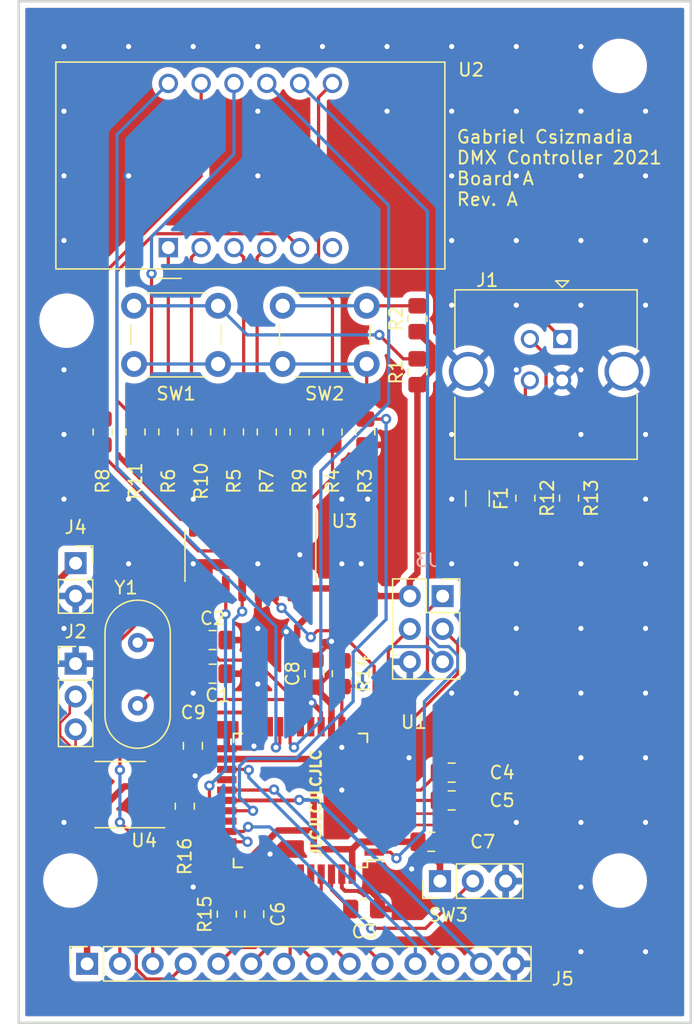
<source format=kicad_pcb>
(kicad_pcb (version 20210424) (generator pcbnew)
  (title_block (title "8 Channel DMX Controller Board 2") (rev "A") (comment 1 "Open source at GitHub: https://github.com/Gabriel-06/dmx-controller/") (comment 2 "Copyright 2021 Gabriel Csizmadia"))
  (layers (0 "F.Cu" signal) (31 "B.Cu" signal) (34 "B.Paste" user) (35 "F.Paste" user) (36 "B.SilkS" user "B.Silkscreen") (37 "F.SilkS" user "F.Silkscreen") (38 "B.Mask" user) (39 "F.Mask" user) (44 "Edge.Cuts" user))
  (net 0 "")
  (net 1 "Net-(C1-Pad1)")
  (net 2 "GND")
  (net 3 "Net-(C2-Pad1)")
  (net 4 "Net-(C3-Pad1)")
  (net 5 "VBUS")
  (net 6 "Net-(C5-Pad1)")
  (net 7 "/XLR-")
  (net 8 "/XLR+")
  (net 9 "+5V")
  (net 10 "MISO")
  (net 11 "SCLK")
  (net 12 "RESET")
  (net 13 "A8")
  (net 14 "A0")
  (net 15 "A1")
  (net 16 "A2")
  (net 17 "A3")
  (net 18 "A4")
  (net 19 "A5")
  (net 20 "A6")
  (net 21 "A7")
  (net 22 "RCLK")
  (net 23 "MOSI")
  (net 24 "SRCLK")
  (net 25 "SER")
  (net 26 "Net-(F1-Pad1)")
  (net 27 "Net-(J1-Pad2)")
  (net 28 "A9")
  (net 29 "7SEG_B")
  (net 30 "Net-(J1-Pad3)")
  (net 31 "7SEG_D")
  (net 32 "Net-(R1-Pad2)")
  (net 33 "7SEG_F")
  (net 34 "Net-(R2-Pad2)")
  (net 35 "7SEG_DP")
  (net 36 "Net-(R4-Pad2)")
  (net 37 "7SEG_A")
  (net 38 "Net-(R5-Pad2)")
  (net 39 "7SEG_C")
  (net 40 "Net-(R6-Pad2)")
  (net 41 "7SEG_E")
  (net 42 "Net-(R7-Pad2)")
  (net 43 "7SEG_G")
  (net 44 "Net-(R8-Pad2)")
  (net 45 "Net-(R9-Pad2)")
  (net 46 "D+")
  (net 47 "D-")
  (net 48 "Net-(R10-Pad2)")
  (net 49 "Net-(R11-Pad2)")
  (net 50 "Net-(R15-Pad1)")
  (net 51 "Net-(R16-Pad1)")
  (net 52 "CA3")
  (net 53 "Net-(SW3-Pad2)")
  (net 55 "CA2")
  (net 56 "CA1")
  (net 57 "Net-(U1-Pad12)")
  (net 59 "Net-(U1-Pad21)")
  (footprint "MountingHole:MountingHole_3.2mm_M3" (layer "F.Cu") (at 210.5 129)
    (fp_text reference "H2" hide)
    (fp_text value "MountingHole")
  )
  (footprint "Capacitor_SMD:C_0805_2012Metric_Pad1.18x1.45mm_HandSolder" (layer "F.Cu") (at 186.875 176 90)
    (fp_text reference "C8")
    (fp_text value "100nF")
  )
  (footprint "Connector_PinSocket_2.54mm:PinSocket_1x14_P2.54mm_Vertical" (layer "F.Cu") (at 169.29 198.4375 90)
    (fp_text reference "J5")
    (fp_text value "Conn_01x14")
  )
  (footprint "Resistor_SMD:R_0805_2012Metric_Pad1.20x1.40mm_HandSolder" (layer "F.Cu") (at 189 176 -90)
    (fp_text reference "R14")
    (fp_text value "10k")
  )
  (footprint "Button_Switch_THT:SW_PUSH_6mm_H13mm" (layer "F.Cu") (at 190.925 152.05 180)
    (fp_text reference "SW2")
    (fp_text value "Down")
  )
  (footprint "Capacitor_SMD:C_0805_2012Metric_Pad1.18x1.45mm_HandSolder" (layer "F.Cu") (at 197.5 185.8)
    (fp_text reference "C5")
    (fp_text value "1uF")
  )
  (footprint "Connector_USB:USB_B_USB-B02" (layer "F.Cu") (at 206.05 150.1175)
    (fp_text reference "J1")
    (fp_text value "USB_B")
  )
  (footprint "Package_QFP:TQFP-44_10x10mm_P0.8mm" (layer "F.Cu") (at 185.8 185.8 180)
    (fp_text reference "U1")
    (fp_text value "ATmega32U4-A-Arduino")
  )
  (footprint "Capacitor_SMD:C_0805_2012Metric_Pad1.18x1.45mm_HandSolder" (layer "F.Cu") (at 182.225 194.6 -90)
    (fp_text reference "C6")
    (fp_text value "100nF")
  )
  (footprint "Package_SO:SOP-8_3.9x4.9mm_P1.27mm" (layer "F.Cu") (at 171.85 185.35 180)
    (fp_text reference "U4")
    (fp_text value "MAX485E")
  )
  (footprint "Resistor_SMD:R_0805_2012Metric_Pad1.20x1.40mm_HandSolder" (layer "F.Cu") (at 176.85 186.25 90)
    (fp_text reference "R16")
    (fp_text value "100")
  )
  (footprint "Display_7Segment:SP420401N" (layer "F.Cu") (at 175.575 143.05 90)
    (fp_text reference "U2")
    (fp_text value "SP420401N")
  )
  (footprint "Resistor_SMD:R_0805_2012Metric_Pad1.20x1.40mm_HandSolder" (layer "F.Cu") (at 173.035 157.306856 90)
    (fp_text reference "R11")
    (fp_text value "120")
  )
  (footprint "Resistor_SMD:R_0805_2012Metric_Pad1.20x1.40mm_HandSolder" (layer "F.Cu") (at 180.1 194.6 -90)
    (fp_text reference "R15")
    (fp_text value "10k")
  )
  (footprint "Resistor_SMD:R_0805_2012Metric_Pad1.20x1.40mm_HandSolder" (layer "F.Cu") (at 188.275 157.306856 90)
    (fp_text reference "R4")
    (fp_text value "120")
  )
  (footprint "Resistor_SMD:R_0805_2012Metric_Pad1.20x1.40mm_HandSolder" (layer "F.Cu") (at 194.85 152.65 90)
    (fp_text reference "R1")
    (fp_text value "9k")
  )
  (footprint "Resistor_SMD:R_0805_2012Metric_Pad1.20x1.40mm_HandSolder" (layer "F.Cu") (at 185.735 157.306856 90)
    (fp_text reference "R9")
    (fp_text value "120")
  )
  (footprint "Resistor_SMD:R_0805_2012Metric_Pad1.20x1.40mm_HandSolder" (layer "F.Cu") (at 180.655 157.306856 90)
    (fp_text reference "R5")
    (fp_text value "120")
  )
  (footprint "Resistor_SMD:R_0805_2012Metric_Pad1.20x1.40mm_HandSolder" (layer "F.Cu") (at 206.58 162.425 90)
    (fp_text reference "R13")
    (fp_text value "22")
  )
  (footprint "Capacitor_SMD:C_0805_2012Metric_Pad1.18x1.45mm_HandSolder" (layer "F.Cu") (at 179 173.4)
    (fp_text reference "C2")
    (fp_text value "22pf")
  )
  (footprint "MountingHole:MountingHole_3.2mm_M3" (layer "F.Cu") (at 210.5 192)
    (fp_text reference "H4" hide)
    (fp_text value "MountingHole")
  )
  (footprint "Resistor_SMD:R_0805_2012Metric_Pad1.20x1.40mm_HandSolder" (layer "F.Cu") (at 170.495 157.306856 90)
    (fp_text reference "R8")
    (fp_text value "120")
  )
  (footprint "Capacitor_SMD:C_0805_2012Metric_Pad1.18x1.45mm_HandSolder" (layer "F.Cu") (at 190.725 194.2)
    (fp_text reference "C3")
    (fp_text value "100nF")
  )
  (footprint "Resistor_SMD:R_0805_2012Metric_Pad1.20x1.40mm_HandSolder" (layer "F.Cu") (at 203.2 162.425 -90)
    (fp_text reference "R12")
    (fp_text value "22")
  )
  (footprint "Connector_PinSocket_2.54mm:PinSocket_1x02_P2.54mm_Vertical" (layer "F.Cu") (at 168.4 167.45)
    (fp_text reference "J4")
    (fp_text value "Battery")
  )
  (footprint "Crystal:Crystal_HC49-4H_Vertical" (layer "F.Cu") (at 173.2 178.48 90)
    (fp_text reference "Y1")
    (fp_text value "16MHz")
  )
  (footprint "MountingHole:MountingHole_3.2mm_M3" (layer "F.Cu") (at 168 192)
    (fp_text reference "H3" hide)
    (fp_text value "MountingHole")
  )
  (footprint "Resistor_SMD:R_0805_2012Metric_Pad1.20x1.40mm_HandSolder" (layer "F.Cu") (at 183.195 157.306856 90)
    (fp_text reference "R7")
    (fp_text value "120")
  )
  (footprint "Capacitor_SMD:C_0805_2012Metric_Pad1.18x1.45mm_HandSolder" (layer "F.Cu") (at 197.5 183.65)
    (fp_text reference "C4")
    (fp_text value "10uF")
  )
  (footprint "Capacitor_SMD:C_0805_2012Metric_Pad1.18x1.45mm_HandSolder" (layer "F.Cu") (at 179 176)
    (fp_text reference "C1")
    (fp_text value "22pf")
  )
  (footprint "Resistor_SMD:R_0805_2012Metric_Pad1.20x1.40mm_HandSolder" (layer "F.Cu") (at 178.115 157.306856 90)
    (fp_text reference "R10")
    (fp_text value "120")
  )
  (footprint "MountingHole:MountingHole_3.2mm_M3" (layer "F.Cu") (at 167.7 148.7)
    (fp_text reference "H1" hide)
    (fp_text value "MountingHole")
  )
  (footprint "Connector_PinHeader_2.54mm:PinHeader_1x03_P2.54mm_Vertical" (layer "F.Cu") (at 196.595 192.04 90)
    (fp_text reference "SW3")
    (fp_text value "Mode Switch")
  )
  (footprint "Resistor_SMD:R_0805_2012Metric_Pad1.20x1.40mm_HandSolder" (layer "F.Cu") (at 194.85 148.55 90)
    (fp_text reference "R2")
    (fp_text value "10k")
  )
  (footprint "Connector_PinSocket_2.54mm:PinSocket_2x03_P2.54mm_Vertical" (layer "F.Cu") (at 196.8 170)
    (fp_text reference "J3")
    (fp_text value "ICSP")
  )
  (footprint "Button_Switch_THT:SW_PUSH_6mm_H13mm" (layer "F.Cu") (at 179.425 152.05 180)
    (fp_text reference "SW1")
    (fp_text value "Up")
  )
  (footprint "Resistor_SMD:R_0805_2012Metric_Pad1.20x1.40mm_HandSolder" (layer "F.Cu") (at 175.575 157.306856 90)
    (fp_text reference "R6")
    (fp_text value "120")
  )
  (footprint "Connector_PinHeader_2.54mm:PinHeader_1x03_P2.54mm_Vertical" (layer "F.Cu") (at 168.4 175.225)
    (fp_text reference "J2")
    (fp_text value "XLR5")
  )
  (footprint "Capacitor_SMD:C_0805_2012Metric_Pad1.18x1.45mm_HandSolder" (layer "F.Cu") (at 195.925 189)
    (fp_text reference "C7")
    (fp_text value "100nF")
  )
  (footprint "Fuse:Fuse_1206_3216Metric_Pad1.42x1.75mm_HandSolder" (layer "F.Cu") (at 199.5 162.45 -90)
    (fp_text reference "F1")
    (fp_text value "500mA")
  )
  (footprint "Package_SO:SOP-16_3.9x9.9mm_P1.27mm" (layer "F.Cu") (at 181.925 166.906856 -90)
    (fp_text reference "U3")
    (fp_text value "74HC595")
  )
  (footprint "Capacitor_SMD:C_0805_2012Metric_Pad1.18x1.45mm_HandSolder" (layer "F.Cu") (at 177.475 181.575 90)
    (fp_text reference "C9")
    (fp_text value "100nF")
  )
  (footprint "Resistor_SMD:R_0805_2012Metric_Pad1.20x1.40mm_HandSolder" (layer "F.Cu") (at 190.815 157.306856 -90)
    (fp_text reference "R3")
    (fp_text value "100k")
  )
  (gr_line (start 216 124) (end 216 203) (layer "Edge.Cuts") (width 0.2))
  (gr_line (start 216 203) (end 164 203) (layer "Edge.Cuts") (width 0.2))
  (gr_line (start 164 203) (end 164 124) (layer "Edge.Cuts") (width 0.2))
  (gr_line (start 164 124) (end 216 124) (layer "Edge.Cuts") (width 0.2))
  (gr_text "JLCJLCJLCJLC\n" (at 187 186 90) (layer "F.SilkS") (effects (font (size 0.8 0.8) (thickness 0.2))))
  (gr_text "Gabriel Csizmadia\nDMX Controller 2021\nBoard A\nRev. A" (at 197.8 136.9) (layer "F.SilkS") (effects (font (size 1 1)) (justify left)))
  (segment (start 185.8 180.1) (end 185.8 179.1) (width 0.25) (layer "F.Cu") (net 1))
  (segment (start 184.7 178) (end 179.2375 178) (width 0.25) (layer "F.Cu") (net 1))
  (segment (start 175.68 176) (end 173.2 178.48) (width 0.25) (layer "F.Cu") (net 1))
  (segment (start 185.8 179.1) (end 184.7 178) (width 0.25) (layer "F.Cu") (net 1))
  (segment (start 177.9625 176.725) (end 177.9625 176) (width 0.25) (layer "F.Cu") (net 1))
  (segment (start 177.9625 176) (end 175.68 176) (width 0.25) (layer "F.Cu") (net 1))
  (segment (start 177.9625 176.03654) (end 177.9625 176.2) (width 0.25) (layer "F.Cu") (net 1))
  (segment (start 179.2375 178) (end 177.9625 176.725) (width 0.25) (layer "F.Cu") (net 1))
  (segment (start 189 185.15) (end 189 185) (width 0.3) (layer "F.Cu") (net 2))
  (segment (start 191.5 186.6) (end 190.45 186.6) (width 0.3) (layer "F.Cu") (net 2))
  (segment (start 189.25 192.8) (end 191.1 192.8) (width 0.3) (layer "F.Cu") (net 2))
  (segment (start 174.475 185.985) (end 176.115 185.985) (width 0.3) (layer "F.Cu") (net 2))
  (segment (start 183.225978 189.95) (end 182.6 190.575978) (width 0.3) (layer "F.Cu") (net 2))
  (segment (start 191.7625 193.4625) (end 191.7625 194.2) (width 0.3) (layer "F.Cu") (net 2))
  (segment (start 182 181.8) (end 182.2 181.6) (width 0.3) (layer "F.Cu") (net 2))
  (segment (start 178.7375 181.8) (end 177.475 180.5375) (width 0.3) (layer "F.Cu") (net 2))
  (segment (start 187.4 180.1) (end 187.4 178.9995) (width 0.3) (layer "F.Cu") (net 2))
  (segment (start 186.875 174.825) (end 188.2 173.5) (width 0.3) (layer "F.Cu") (net 2))
  (segment (start 189 192.55) (end 189.25 192.8) (width 0.3) (layer "F.Cu") (net 2))
  (segment (start 190.45 186.6) (end 189 185.15) (width 0.3) (layer "F.Cu") (net 2))
  (segment (start 176.85 185.25) (end 176.85 184.7) (width 0.3) (layer "F.Cu") (net 2))
  (segment (start 176.85 184.7) (end 177.65 183.9) (width 0.3) (layer "F.Cu") (net 2))
  (segment (start 176.115 185.985) (end 176.85 185.25) (width 0.3) (layer "F.Cu") (net 2))
  (segment (start 180.1 181.8) (end 182 181.8) (width 0.3) (layer "F.Cu") (net 2))
  (segment (start 183.45 189.95) (end 183.225978 189.95) (width 0.3) (layer "F.Cu") (net 2))
  (segment (start 180.1 181.8) (end 178.7375 181.8) (width 0.3) (layer "F.Cu") (net 2))
  (segment (start 189 191.5) (end 189 192.55) (width 0.3) (layer "F.Cu") (net 2))
  (segment (start 187.4 178.9995) (end 186.6505 178.25) (width 0.3) (layer "F.Cu") (net 2))
  (segment (start 186.875 174.9625) (end 186.875 174.825) (width 0.3) (layer "F.Cu") (net 2))
  (segment (start 182.6 190.575978) (end 182.6 191.5) (width 0.3) (layer "F.Cu") (net 2))
  (segment (start 191.1 192.8) (end 191.7625 193.4625) (width 0.3) (layer "F.Cu") (net 2))
  (via (at 212.5 177.5) (size 0.8) (drill 0.4) (layers "F.Cu" "B.Cu") (net 2))
  (via (at 207.5 182.5) (size 0.8) (drill 0.4) (layers "F.Cu" "B.Cu") (net 2))
  (via (at 185.75 166.8) (size 0.8) (drill 0.4) (layers "F.Cu" "B.Cu") (net 2))
  (via (at 202.5 187.5) (size 0.8) (drill 0.4) (layers "F.Cu" "B.Cu") (net 2))
  (via (at 189 181.7) (size 0.8) (drill 0.4) (layers "F.Cu" "B.Cu") (net 2))
  (via (at 212.5 132.5) (size 0.8) (drill 0.4) (layers "F.Cu" "B.Cu") (net 2))
  (via (at 207.5 177.5) (size 0.8) (drill 0.4) (layers "F.Cu" "B.Cu") (net 2))
  (via (at 190.5 167.5) (size 0.8) (drill 0.4) (layers "F.Cu" "B.Cu") (net 2))
  (via (at 172.5 162.5) (size 0.8) (drill 0.4) (layers "F.Cu" "B.Cu") (net 2))
  (via (at 172.5 137.5) (size 0.8) (drill 0.4) (layers "F.Cu" "B.Cu") (net 2))
  (via (at 197.5 127.5) (size 0.8) (drill 0.4) (layers "F.Cu" "B.Cu") (net 2))
  (via (at 189 185) (size 0.8) (drill 0.4) (layers "F.Cu" "B.Cu") (net 2))
  (via (at 207.5 157.5) (size 0.8) (drill 0.4) (layers "F.Cu" "B.Cu") (net 2))
  (via (at 182.5 137.5) (size 0.8) (drill 0.4) (layers "F.Cu" "B.Cu") (net 2))
  (via (at 197.5 177.5) (size 0.8) (drill 0.4) (layers "F.Cu" "B.Cu") (net 2))
  (via (at 202.5 152.5) (size 0.8) (drill 0.4) (layers "F.Cu" "B.Cu") (net 2))
  (via (at 186.6505 178.25) (size 0.8) (drill 0.4) (layers "F.Cu" "B.Cu") (net 2))
  (via (at 191 162.5) (size 0.8) (drill 0.4) (layers "F.Cu" "B.Cu") (net 2))
  (via (at 207.5 187.5) (size 0.8) (drill 0.4) (layers "F.Cu" "B.Cu") (net 2))
  (via (at 197.5 132.5) (size 0.8) (drill 0.4) (layers "F.Cu" "B.Cu") (net 2))
  (via (at 197.5 142.5) (size 0.8) (drill 0.4) (layers "F.Cu" "B.Cu") (net 2))
  (via (at 182.2 181.6) (size 0.8) (drill 0.4) (layers "F.Cu" "B.Cu") (net 2))
  (via (at 192.5 132.5) (size 0.8) (drill 0.4) (layers "F.Cu" "B.Cu") (net 2))
  (via (at 212.5 187.5) (size 0.8) (drill 0.4) (layers "F.Cu" "B.Cu") (net 2))
  (via (at 172.5 167.5) (size 0.8) (drill 0.4) (layers "F.Cu" "B.Cu") (net 2))
  (via (at 197.5 157.5) (size 0.8) (drill 0.4) (layers "F.Cu" "B.Cu") (net 2))
  (via (at 167.5 127.5) (size 0.8) (drill 0.4) (layers "F.Cu" "B.Cu") (net 2))
  (via (at 182.5 167.5) (size 0.8) (drill 0.4) (layers "F.Cu" "B.Cu") (net 2))
  (via (at 212.5 162.5) (size 0.8) (drill 0.4) (layers "F.Cu" "B.Cu") (net 2))
  (via (at 207.5 127.5) (size 0.8) (drill 0.4) (layers "F.Cu" "B.Cu") (net 2))
  (via (at 197.5 137.5) (size 0.8) (drill 0.4) (layers "F.Cu" "B.Cu") (net 2))
  (via (at 177.5 162.5) (size 0.8) (drill 0.4) (layers "F.Cu" "B.Cu") (net 2))
  (via (at 177.65 183.9) (size 0.8) (drill 0.4) (layers "F.Cu" "B.Cu") (net 2))
  (via (at 187.5 127.5) (size 0.8) (drill 0.4) (layers "F.Cu" "B.Cu") (net 2))
  (via (at 202.5 167.5) (size 0.8) (drill 0.4) (layers "F.Cu" "B.Cu") (net 2))
  (via (at 167.5 142.5) (size 0.8) (drill 0.4) (layers "F.Cu" "B.Cu") (net 2))
  (via (at 212.5 147.5) (size 0.8) (drill 0.4) (layers "F.Cu" "B.Cu") (net 2))
  (via (at 172.5 127.5) (size 0.8) (drill 0.4) (layers "F.Cu" "B.Cu") (net 2))
  (via (at 207.5 142.5) (size 0.8) (drill 0.4) (layers "F.Cu" "B.Cu") (net 2))
  (via (at 183.45 189.95) (size 0.8) (drill 0.4) (layers "F.Cu" "B.Cu") (net 2))
  (via (at 202.5 147.5) (size 0.8) (drill 0.4) (layers "F.Cu" "B.Cu") (net 2))
  (via (at 202.5 177.5) (size 0.8) (drill 0.4) (layers "F.Cu" "B.Cu") (net 2))
  (via (at 167.5 137.5) (size 0.8) (drill 0.4) (layers "F.Cu" "B.Cu") (net 2))
  (via (at 202.5 132.5) (size 0.8) (drill 0.4) (layers "F.Cu" "B.Cu") (net 2))
  (via (at 167.5 157.5) (size 0.8) (drill 0.4) (layers "F.Cu" "B.Cu") (net 2))
  (via (at 212.5 182.5) (size 0.8) (drill 0.4) (layers "F.Cu" "B.Cu") (net 2))
  (via (at 207.5 132.5) (size 0.8) (drill 0.4) (layers "F.Cu" "B.Cu") (net 2))
  (via (at 212.5 197.5) (size 0.8) (drill 0.4) (layers "F.Cu" "B.Cu") (net 2))
  (via (at 207.5 167.5) (size 0.8) (drill 0.4) (layers "F.Cu" "B.Cu") (net 2))
  (via (at 189 162.5) (size 0.8) (drill 0.4) (layers "F.Cu" "B.Cu") (net 2))
  (via (at 167.5 172.5) (size 0.8) (drill 0.4) (layers "F.Cu" "B.Cu") (net 2))
  (via (at 207.5 152.5) (size 0.8) (drill 0.4) (layers "F.Cu" "B.Cu") (net 2))
  (via (at 167.5 162.5) (size 0.8) (drill 0.4) (layers "F.Cu" "B.Cu") (net 2))
  (via (at 177.5 127.5) (size 0.8) (drill 0.4) (layers "F.Cu" "B.Cu") (net 2))
  (via (at 182.5 132.5) (size 0.8) (drill 0.4) (layers "F.Cu" "B.Cu") (net 2))
  (via (at 207.5 137.5) (size 0.8) (drill 0.4) (layers "F.Cu" "B.Cu") (net 2))
  (via (at 189 167.5) (size 0.8) (drill 0.4) (layers "F.Cu" "B.Cu") (net 2))
  (via (at 202.5 172.5) (size 0.8) (drill 0.4) (layers "F.Cu" "B.Cu") (net 2))
  (via (at 212.5 157.5) (size 0.8) (drill 0.4) (layers "F.Cu" "B.Cu") (net 2))
  (via (at 192.5 127.5) (size 0.8) (drill 0.4) (layers "F.Cu" "B.Cu") (net 2))
  (via (at 202.5 137.5) (size 0.8) (drill 0.4) (layers "F.Cu" "B.Cu") (net 2))
  (via (at 177.5 192.5) (size 0.8) (drill 0.4) (layers "F.Cu" "B.Cu") (net 2))
  (via (at 212.5 167.5) (size 0.8) (drill 0.4) (layers "F.Cu" "B.Cu") (net 2))
  (via (at 212.5 142.5) (size 0.8) (drill 0.4) (layers "F.Cu" "B.Cu") (net 2))
  (via (at 207.5 147.5) (size 0.8) (drill 0.4) (layers "F.Cu" "B.Cu") (net 2))
  (via (at 177.5 167.5) (size 0.8) (drill 0.4) (layers "F.Cu" "B.Cu") (net 2))
  (via (at 207.5 192.5) (size 0.8) (drill 0.4) (layers "F.Cu" "B.Cu") (net 2))
  (via (at 212.5 137.5) (size 0.8) (drill 0.4) (layers "F.Cu" "B.Cu") (net 2))
  (via (at 207.5 197.5) (size 0.8) (drill 0.4) (layers "F.Cu" "B.Cu") (net 2))
  (via (at 197.5 167.5) (size 0.8) (drill 0.4) (layers "F.Cu" "B.Cu") (net 2))
  (via (at 182.5 127.5) (size 0.8) (drill 0.4) (layers "F.Cu" "B.Cu") (net 2))
  (via (at 197.5 162.5) (size 0.8) (drill 0.4) (layers "F.Cu" "B.Cu") (net 2))
  (via (at 194.4 191.1) (size 0.8) (drill 0.4) (layers "F.Cu" "B.Cu") (net 2))
  (via (at 202.5 127.5) (size 0.8) (drill 0.4) (layers "F.Cu" "B.Cu") (net 2))
  (via (at 194.2 182.5) (size 0.8) (drill 0.4) (layers "F.Cu" "B.Cu") (net 2))
  (via (at 182.5 172.5) (size 0.8) (drill 0.4) (layers "F.Cu" "B.Cu") (net 2))
  (via (at 197.5 147.5) (size 0.8) (drill 0.4) (layers "F.Cu" "B.Cu") (net 2))
  (via (at 212.5 172.5) (size 0.8) (drill 0.4) (layers "F.Cu" "B.Cu") (net 2))
  (via (at 177.5 177.5) (size 0.8) (drill 0.4) (layers "F.Cu" "B.Cu") (net 2))
  (via (at 184.7 172.75) (size 0.8) (drill 0.4) (layers "F.Cu" "B.Cu") (net 2))
  (via (at 202.5 142.5) (size 0.8) (drill 0.4) (layers "F.Cu" "B.Cu") (net 2))
  (via (at 167.5 152.5) (size 0.8) (drill 0.4) (layers "F.Cu" "B.Cu") (net 2))
  (via (at 188.2 173.5) (size 0.8) (drill 0.4) (layers "F.Cu" "B.Cu") (net 2))
  (via (at 167.5 132.5) (size 0.8) (drill 0.4) (layers "F.Cu" "B.Cu") (net 2))
  (via (at 167.5 187.5) (size 0.8) (drill 0.4) (layers "F.Cu" "B.Cu") (net 2))
  (via (at 207.5 172.5) (size 0.8) (drill 0.4) (layers "F.Cu" "B.Cu") (net 2))
  (via (at 182.5 176.8) (size 0.8) (drill 0.4) (layers "F.Cu" "B.Cu") (net 2))
  (segment (start 177.9625 173.4) (end 179.51298 174.95048) (width 0.25) (layer "F.Cu") (net 3))
  (segment (start 173.4 173.4) (end 173.2 173.6) (width 0.25) (layer "F.Cu") (net 3))
  (segment (start 179.51298 174.95048) (end 182.286198 174.95048) (width 0.25) (layer "F.Cu") (net 3))
  (segment (start 182.286198 174.95048) (end 186.6 179.264282) (width 0.25) (layer "F.Cu") (net 3))
  (segment (start 177.9625 173.4) (end 173.4 173.4) (width 0.25) (layer "F.Cu") (net 3))
  (segment (start 186.6 179.264282) (end 186.6 180.1) (width 0.25) (layer "F.Cu") (net 3))
  (segment (start 188.2 192.7125) (end 189.6875 194.2) (width 0.25) (layer "F.Cu") (net 4))
  (segment (start 188.2 191.5) (end 188.2 192.7125) (width 0.25) (layer "F.Cu") (net 4))
  (segment (start 199.5 163.9375) (end 199.5 180.6125) (width 0.25) (layer "F.Cu") (net 5))
  (segment (start 195.1125 185) (end 196.4625 183.65) (width 0.25) (layer "F.Cu") (net 5))
  (segment (start 197.55625 182.55625) (end 196.4625 183.65) (width 0.25) (layer "F.Cu") (net 5))
  (segment (start 191.5 185) (end 195.1125 185) (width 0.25) (layer "F.Cu") (net 5))
  (segment (start 199.5 180.6125) (end 197.55625 182.55625) (width 0.25) (layer "F.Cu") (net 5))
  (segment (start 191.5 185.8) (end 196.4625 185.8) (width 0.25) (layer "F.Cu") (net 6))
  (segment (start 167.200489 179.808145) (end 167.95 179.058634) (width 0.2) (layer "F.Cu") (net 7))
  (segment (start 169.225 185.985) (end 168.60452 185.36452) (width 0.2) (layer "F.Cu") (net 7))
  (segment (start 168.05048 184.81048) (end 167.650489 184.410489) (width 0.2) (layer "F.Cu") (net 7))
  (segment (start 167.95 179.058634) (end 167.95 178.215) (width 0.2) (layer "F.Cu") (net 7))
  (segment (start 168.60452 185.36452) (end 168.33602 185.36452) (width 0.2) (layer "F.Cu") (net 7))
  (segment (start 168.05048 185.07898) (end 168.05048 184.81048) (width 0.2) (layer "F.Cu") (net 7))
  (segment (start 167.95 182.615828) (end 167.95 181.551366) (width 0.2) (layer "F.Cu") (net 7))
  (segment (start 168.33602 185.36452) (end 168.05048 185.07898) (width 0.2) (layer "F.Cu") (net 7))
  (segment (start 167.95 178.215) (end 168.4 177.765) (width 0.2) (layer "F.Cu") (net 7))
  (segment (start 167.650489 184.410489) (end 167.650489 182.915339) (width 0.2) (layer "F.Cu") (net 7))
  (segment (start 167.200489 180.801855) (end 167.200489 179.808145) (width 0.2) (layer "F.Cu") (net 7))
  (segment (start 167.650489 182.915339) (end 167.95 182.615828) (width 0.2) (layer "F.Cu") (net 7))
  (segment (start 167.95 181.551366) (end 167.200489 180.801855) (width 0.2) (layer "F.Cu") (net 7))
  (segment (start 168.356732 182.84548) (end 168.4 182.84548) (width 0.2) (layer "F.Cu") (net 8))
  (segment (start 169.225 184.715) (end 168.591397 184.715) (width 0.2) (layer "F.Cu") (net 8))
  (segment (start 168.10048 183.101732) (end 168.356732 182.84548) (width 0.2) (layer "F.Cu") (net 8))
  (segment (start 168.591397 184.715) (end 168.10048 184.224083) (width 0.2) (layer "F.Cu") (net 8))
  (segment (start 168.10048 184.224083) (end 168.10048 183.101732) (width 0.2) (layer "F.Cu") (net 8))
  (segment (start 168.4 182.84548) (end 168.4 180.305) (width 0.2) (layer "F.Cu") (net 8))
  (segment (start 181.8 190.375978) (end 184.051956 188.124022) (width 0.5) (layer "F.Cu") (net 9))
  (segment (start 196.595 192.04) (end 196.595 190.7075) (width 0.5) (layer "F.Cu") (net 9))
  (segment (start 186.875 177.0375) (end 185.8625 177.0375) (width 0.5) (layer "F.Cu") (net 9))
  (segment (start 186.9625 177.0375) (end 189 175) (width 0.5) (layer "F.Cu") (net 9))
  (segment (start 195.99952 150.69952) (end 194.85 149.55) (width 0.5) (layer "F.Cu") (net 9))
  (segment (start 185.8625 177.0375) (end 185.075 176.25) (width 0.5) (layer "F.Cu") (net 9))
  (segment (start 185.075 176.25) (end 185.075 173.576391) (width 0.5) (layer "F.Cu") (net 9))
  (segment (start 186.824022 189.500978) (end 186.899022 189.575978) (width 0.5) (layer "F.Cu") (net 9))
  (segment (start 190.375978 189) (end 191.5 189) (width 0.5) (layer "F.Cu") (net 9))
  (segment (start 170.3 188.4) (end 170.3 188.33) (width 0.5) (layer "F.Cu") (net 9))
  (segment (start 172 194) (end 172 190.1) (width 0.5) (layer "F.Cu") (net 9))
  (segment (start 181.8 193.1375) (end 182.225 193.5625) (width 0.5) (layer "F.Cu") (net 9))
  (segment (start 186.37 169.406856) (end 191.206856 169.406856) (width 0.5) (layer "F.Cu") (net 9))
  (segment (start 174.475 184.715) (end 172.17492 184.715) (width 0.5) (layer "F.Cu") (net 9))
  (segment (start 172 190.1) (end 170.3 188.4) (width 0.5) (layer "F.Cu") (net 9))
  (segment (start 170.3 188.33) (end 169.225 187.255) (width 0.5) (layer "F.Cu") (net 9))
  (segment (start 186.899022 189.575978) (end 189.8 189.575978) (width 0.5) (layer "F.Cu") (net 9))
  (segment (start 184.051956 188.124022) (end 186.824022 188.124022) (width 0.5) (layer "F.Cu") (net 9))
  (segment (start 188.2 181.224022) (end 186.824022 182.6) (width 0.5) (layer "F.Cu") (net 9))
  (segment (start 174.475 184.715) (end 175.3725 184.715) (width 0.5) (layer "F.Cu") (net 9))
  (segment (start 186.824022 182.6) (end 186.824022 188.124022) (width 0.5) (layer "F.Cu") (net 9))
  (segment (start 168.81508 187.255) (end 169.225 187.255) (width 0.5) (layer "F.Cu") (net 9))
  (segment (start 195.99952 152.50048) (end 195.99952 150.69952) (width 0.5) (layer "F.Cu") (net 9))
  (segment (start 166.650489 169.199511) (end 166.650489 185.090409) (width 0.5) (layer "F.Cu") (net 9))
  (segment (start 194.85 153.65) (end 194.85 168.2075) (width 0.5) (layer "F.Cu") (net 9))
  (segment (start 172.17492 184.715) (end 169.63492 187.255) (width 0.5) (layer "F.Cu") (net 9))
  (segment (start 168.4 167.45) (end 166.650489 169.199511) (width 0.5) (layer "F.Cu") (net 9))
  (segment (start 169.29 198.4375) (end 169.29 196.71) (width 0.5) (layer "F.Cu") (net 9))
  (segment (start 185.075 173.576391) (end 185.549511 173.10188) (width 0.5) (layer "F.Cu") (net 9))
  (segment (start 191.206856 169.406856) (end 191.8 170) (width 0.5) (layer "F.Cu") (net 9))
  (segment (start 186.37 171.53) (end 186.37 169.406856) (width 0.5) (layer "F.Cu") (net 9))
  (segment (start 186.824022 182.6) (end 180.1 182.6) (width 0.5) (layer "F.Cu") (net 9))
  (segment (start 185.549511 173.10188) (end 185.549511 172.350489) (width 0.5) (layer "F.Cu") (net 9))
  (segment (start 196.595 190.7075) (end 194.8875 189) (width 0.5) (layer "F.Cu") (net 9))
  (segment (start 186.824022 188.124022) (end 186.824022 189.500978) (width 0.5) (layer "F.Cu") (net 9))
  (segment (start 194.26 170) (end 194.26 168.7975) (width 0.5) (layer "F.Cu") (net 9))
  (segment (start 177.4875 182.6) (end 177.475 182.6125) (width 0.5) (layer "F.Cu") (net 9))
  (segment (start 185.549511 172.350489) (end 186.37 171.53) (width 0.5) (layer "F.Cu") (net 9))
  (segment (start 169.63492 187.255) (end 169.225 187.255) (width 0.5) (layer "F.Cu") (net 9))
  (segment (start 188.2 180.1) (end 188.2 178.3625) (width 0.5) (layer "F.Cu") (net 9))
  (segment (start 166.650489 185.090409) (end 168.81508 187.255) (width 0.5) (layer "F.Cu") (net 9))
  (segment (start 191.5 189) (end 194.8875 189) (width 0.5) (layer "F.Cu") (net 9))
  (segment (start 194.26 168.7975) (end 194.85 168.2075) (width 0.5) (layer "F.Cu") (net 9))
  (segment (start 186.875 177.0375) (end 186.9625 177.0375) (width 0.5) (layer "F.Cu") (net 9))
  (segment (start 191.8 170) (end 194.26 170) (width 0.5) (layer "F.Cu") (net 9))
  (segment (start 188.2 180.1) (end 188.2 181.224022) (width 0.5) (layer "F.Cu") (net 9))
  (segment (start 189.8 191.5) (end 189.8 189.575978) (width 0.5) (layer "F.Cu") (net 9))
  (segment (start 181.8 191.5) (end 181.8 193.1375) (width 0.5) (layer "F.Cu") (net 9))
  (segment (start 194.85 153.65) (end 195.99952 152.50048) (width 0.5) (layer "F.Cu") (net 9))
  (segment (start 169.29 196.71) (end 172 194) (width 0.5) (layer "F.Cu") (net 9))
  (segment (start 188.2 178.3625) (end 186.875 177.0375) (width 0.5) (layer "F.Cu") (net 9))
  (segment (start 175.3725 184.715) (end 177.475 182.6125) (width 0.5) (layer "F.Cu") (net 9))
  (segment (start 189.8 189.575978) (end 190.375978 189) (width 0.5) (layer "F.Cu") (net 9))
  (segment (start 180.1 182.6) (end 177.4875 182.6) (width 0.5) (layer "F.Cu") (net 9))
  (segment (start 181.8 191.5) (end 181.8 190.375978) (width 0.5) (layer "F.Cu") (net 9))
  (segment (start 191.5 181.8) (end 191.5 180.6625) (width 0.25) (layer "F.Cu") (net 10))
  (segment (start 191.5 180.6625) (end 194.21 177.9525) (width 0.25) (layer "F.Cu") (net 10))
  (segment (start 195.625489 171.174511) (end 195.625489 176.537011) (width 0.25) (layer "F.Cu") (net 10))
  (segment (start 196.8 170) (end 195.625489 171.174511) (width 0.25) (layer "F.Cu") (net 10))
  (segment (start 195.625489 176.537011) (end 194.21 177.9525) (width 0.25) (layer "F.Cu") (net 10))
  (segment (start 196.8 172.54) (end 197.974511 173.714511) (width 0.25) (layer "F.Cu") (net 11))
  (segment (start 197.974511 176.000875) (end 193 180.975386) (width 0.25) (layer "F.Cu") (net 11))
  (segment (start 193 180.975386) (end 193 182.6625) (width 0.25) (layer "F.Cu") (net 11))
  (segment (start 193 182.6625) (end 192.2625 183.4) (width 0.25) (layer "F.Cu") (net 11))
  (segment (start 197.974511 173.714511) (end 197.974511 176.000875) (width 0.25) (layer "F.Cu") (net 11))
  (segment (start 192.2625 183.4) (end 191.5 183.4) (width 0.25) (layer "F.Cu") (net 11))
  (segment (start 189 177) (end 189 180.1) (width 0.25) (layer "F.Cu") (net 12))
  (segment (start 189.0375 176.9625) (end 189 177) (width 0.25) (layer "F.Cu") (net 12))
  (segment (start 190.6 176.9625) (end 189.0375 176.9625) (width 0.25) (layer "F.Cu") (net 12))
  (via (at 190.6 176.9625) (size 0.8) (drill 0.4) (layers "F.Cu" "B.Cu") (net 12))
  (segment (start 196.8 175.08) (end 195.625489 173.905489) (width 0.25) (layer "B.Cu") (net 12))
  (segment (start 190.6 176) (end 190.6 176.9625) (width 0.25) (layer "B.Cu") (net 12))
  (segment (start 195.625489 173.905489) (end 192.694511 173.905489) (width 0.25) (layer "B.Cu") (net 12))
  (segment (start 192.694511 173.905489) (end 190.6 176) (width 0.25) (layer "B.Cu") (net 12))
  (segment (start 180.1 185.8) (end 181.6375 185.8) (width 0.3) (layer "F.Cu") (net 13))
  (segment (start 185.6625 185.8) (end 185.7 185.7625) (width 0.3) (layer "F.Cu") (net 13))
  (segment (start 181.6375 185.8) (end 185.6625 185.8) (width 0.3) (layer "F.Cu") (net 13))
  (via (at 185.7 185.7625) (size 0.8) (drill 0.4) (layers "F.Cu" "B.Cu") (net 13))
  (segment (start 187.095 185.7625) (end 199.77 198.4375) (width 0.3) (layer "B.Cu") (net 13))
  (segment (start 185.7 185.7625) (end 187.095 185.7625) (width 0.3) (layer "B.Cu") (net 13))
  (segment (start 180.7125 197.175) (end 179.45 198.4375) (width 0.25) (layer "F.Cu") (net 14))
  (segment (start 182.319566 197.175) (end 180.7125 197.175) (width 0.25) (layer "F.Cu") (net 14))
  (segment (start 183.4 196.094566) (end 182.319566 197.175) (width 0.25) (layer "F.Cu") (net 14))
  (segment (start 183.4 191.5) (end 183.4 196.094566) (width 0.25) (layer "F.Cu") (net 14))
  (segment (start 181.99 198.4375) (end 184.2 196.2275) (width 0.25) (layer "F.Cu") (net 15))
  (segment (start 184.2 196.2275) (end 184.2 191.5) (width 0.25) (layer "F.Cu") (net 15))
  (segment (start 184.53 198.4375) (end 185 197.9675) (width 0.25) (layer "F.Cu") (net 16))
  (segment (start 185 197.9675) (end 185 191.5) (width 0.25) (layer "F.Cu") (net 16))
  (segment (start 187.07 198.4375) (end 185.8 197.1675) (width 0.25) (layer "F.Cu") (net 17))
  (segment (start 185.8 197.1675) (end 185.8 191.5) (width 0.25) (layer "F.Cu") (net 17))
  (segment (start 186.6 195.4275) (end 186.6 191.5) (width 0.25) (layer "F.Cu") (net 18))
  (segment (start 189.61 198.4375) (end 186.6 195.4275) (width 0.25) (layer "F.Cu") (net 18))
  (segment (start 192.15 198.4375) (end 187.4 193.6875) (width 0.25) (layer "F.Cu") (net 19))
  (segment (start 187.4 193.6875) (end 187.4 191.5) (width 0.25) (layer "F.Cu") (net 19))
  (segment (start 180.1 183.4) (end 181.7505 183.4) (width 0.25) (layer "F.Cu") (net 20))
  (segment (start 181.7505 183.4) (end 181.8 183.4495) (width 0.25) (layer "F.Cu") (net 20))
  (via (at 181.8 183.4495) (size 0.8) (drill 0.4) (layers "F.Cu" "B.Cu") (net 20))
  (segment (start 194.69 196.922114) (end 194.69 198.4375) (width 0.25) (layer "B.Cu") (net 20))
  (segment (start 181.8 184.032114) (end 194.69 196.922114) (width 0.25) (layer "B.Cu") (net 20))
  (segment (start 181.8 183.4495) (end 181.8 184.032114) (width 0.25) (layer "B.Cu") (net 20))
  (segment (start 180.1 185) (end 183.7175 185) (width 0.25) (layer "F.Cu") (net 21))
  (segment (start 183.7175 185) (end 183.755 184.9625) (width 0.25) (layer "F.Cu") (net 21))
  (via (at 183.755 184.9625) (size 0.8) (drill 0.4) (layers "F.Cu" "B.Cu") (net 21))
  (segment (start 183.755 184.9625) (end 197.23 198.4375) (width 0.25) (layer "B.Cu") (net 21))
  (segment (start 181.29 169.406856) (end 181.29 171.19) (width 0.25) (layer "F.Cu") (net 22))
  (segment (start 174.37 193.73) (end 179.1 189) (width 0.25) (layer "F.Cu") (net 22))
  (segment (start 181.7 189) (end 180.1 189) (width 0.25) (layer "F.Cu") (net 22))
  (segment (start 174.37 198.4375) (end 174.37 193.73) (width 0.25) (layer "F.Cu") (net 22))
  (segment (start 179.1 189) (end 180.1 189) (width 0.25) (layer "F.Cu") (net 22))
  (via (at 181.29 171.19) (size 0.8) (drill 0.4) (layers "F.Cu" "B.Cu") (net 22))
  (via (at 181.7 189) (size 0.8) (drill 0.4) (layers "F.Cu" "B.Cu") (net 22))
  (segment (start 181.7 189) (end 180.625969 187.925969) (width 0.25) (layer "B.Cu") (net 22))
  (segment (start 180.625969 171.854031) (end 181.29 171.19) (width 0.25) (layer "B.Cu") (net 22))
  (segment (start 180.625969 187.925969) (end 180.625969 171.854031) (width 0.25) (layer "B.Cu") (net 22))
  (segment (start 192.6 174.2) (end 194.26 172.54) (width 0.25) (layer "F.Cu") (net 23))
  (segment (start 191.5 182.6) (end 190.625978 182.6) (width 0.25) (layer "F.Cu") (net 23))
  (segment (start 190.399511 182.373533) (end 190.399511 180.762989) (width 0.25) (layer "F.Cu") (net 23))
  (segment (start 190.625978 182.6) (end 190.399511 182.373533) (width 0.25) (layer "F.Cu") (net 23))
  (segment (start 192.6 178.5625) (end 192.6 174.2) (width 0.25) (layer "F.Cu") (net 23))
  (segment (start 190.399511 180.762989) (end 192.6 178.5625) (width 0.25) (layer "F.Cu") (net 23))
  (segment (start 176.91 198.4375) (end 175.735489 199.612011) (width 0.25) (layer "F.Cu") (net 24))
  (segment (start 175.735489 199.612011) (end 173.883501 199.612011) (width 0.25) (layer "F.Cu") (net 24))
  (segment (start 179.215836 184.2) (end 178.753816 184.66202) (width 0.25) (layer "F.Cu") (net 24))
  (segment (start 173.1 198.82851) (end 173.1 192.8) (width 0.25) (layer "F.Cu") (net 24))
  (segment (start 178.753816 184.66202) (end 178.753816 186.96575) (width 0.25) (layer "F.Cu") (net 24))
  (segment (start 173.883501 199.612011) (end 173.1 198.82851) (width 0.25) (layer "F.Cu") (net 24))
  (segment (start 178.753816 186.96575) (end 173.1 192.619566) (width 0.25) (layer "F.Cu") (net 24))
  (segment (start 180.1 184.2) (end 179.215836 184.2) (width 0.25) (layer "F.Cu") (net 24))
  (segment (start 180.02 171.38) (end 180 171.4) (width 0.25) (layer "F.Cu") (net 24))
  (segment (start 180.02 169.406856) (end 180.02 171.38) (width 0.25) (layer "F.Cu") (net 24))
  (segment (start 173.1 192.619566) (end 173.1 192.8) (width 0.25) (layer "F.Cu") (net 24))
  (via (at 178.753816 184.66202) (size 0.8) (drill 0.4) (layers "F.Cu" "B.Cu") (net 24))
  (via (at 180 171.4) (size 0.8) (drill 0.4) (layers "F.Cu" "B.Cu") (net 24))
  (segment (start 180 183.415836) (end 178.753816 184.66202) (width 0.25) (layer "B.Cu") (net 24))
  (segment (start 180 171.4) (end 180 183.415836) (width 0.25) (layer "B.Cu") (net 24))
  (segment (start 172.65048 188.31548) (end 172.65048 195.3) (width 0.25) (layer "F.Cu") (net 25))
  (segment (start 175.873555 169.406856) (end 177.48 169.406856) (width 0.25) (layer "F.Cu") (net 25))
  (segment (start 171.83 183.445) (end 171.83 173.450411) (width 0.25) (layer "F.Cu") (net 25))
  (segment (start 172.65048 195.3) (end 171.83 196.12048) (width 0.25) (layer "F.Cu") (net 25))
  (segment (start 171.83 196.12048) (end 171.83 198.4375) (width 0.25) (layer "F.Cu") (net 25))
  (segment (start 171.83 173.450411) (end 175.873555 169.406856) (width 0.25) (layer "F.Cu") (net 25))
  (segment (start 171.83 187.495) (end 172.65048 188.31548) (width 0.25) (layer "F.Cu") (net 25))
  (via (at 171.83 183.445) (size 0.8) (drill 0.4) (layers "F.Cu" "B.Cu") (net 25))
  (via (at 171.83 187.495) (size 0.8) (drill 0.4) (layers "F.Cu" "B.Cu") (net 25))
  (segment (start 171.83 187.495) (end 171.83 183.445) (width 0.25) (layer "B.Cu") (net 25))
  (segment (start 204.5325 148.6) (end 202.9 148.6) (width 0.25) (layer "F.Cu") (net 26))
  (segment (start 199.5 159.1) (end 199.5 160.9625) (width 0.25) (layer "F.Cu") (net 26))
  (segment (start 202.9 148.6) (end 201.2 150.3) (width 0.25) (layer "F.Cu") (net 26))
  (segment (start 201.2 157.4) (end 199.5 159.1) (width 0.25) (layer "F.Cu") (net 26))
  (segment (start 206.05 150.1175) (end 204.5325 148.6) (width 0.25) (layer "F.Cu") (net 26))
  (segment (start 201.2 150.3) (end 201.2 157.4) (width 0.25) (layer "F.Cu") (net 26))
  (segment (start 204.8 154.4) (end 206.58 156.18) (width 0.25) (layer "F.Cu") (net 27))
  (segment (start 204.8 151.3675) (end 204.8 154.4) (width 0.25) (layer "F.Cu") (net 27))
  (segment (start 206.58 156.18) (end 206.58 161.425) (width 0.25) (layer "F.Cu") (net 27))
  (segment (start 203.55 150.1175) (end 204.8 151.3675) (width 0.25) (layer "F.Cu") (net 27))
  (segment (start 182.125 186.6) (end 180.1 186.6) (width 0.25) (layer "F.Cu") (net 28))
  (segment (start 192.418144 156.306856) (end 192.425 156.3) (width 0.25) (layer "F.Cu") (net 28))
  (segment (start 190.925 156.196856) (end 190.815 156.306856) (width 0.25) (layer "F.Cu") (net 28))
  (segment (start 190.815 156.306856) (end 192.418144 156.306856) (width 0.25) (layer "F.Cu") (net 28))
  (segment (start 190.925 152.05) (end 190.925 156.196856) (width 0.25) (layer "F.Cu") (net 28))
  (via (at 192.425 156.3) (size 0.8) (drill 0.4) (layers "F.Cu" "B.Cu") (net 28))
  (via (at 182.125 186.6) (size 0.8) (drill 0.4) (layers "F.Cu" "B.Cu") (net 28))
  (segment (start 192.425 171.799886) (end 192.425 167.575) (width 0.25) (layer "B.Cu") (net 28))
  (segment (start 181.674886 182.55) (end 185.474614 182.55) (width 0.25) (layer "B.Cu") (net 28))
  (segment (start 179.425 152.05) (end 184.425 152.05) (width 0.25) (layer "B.Cu") (net 28))
  (segment (start 185.474614 182.55) (end 189.875489 178.149125) (width 0.25) (layer "B.Cu") (net 28))
  (segment (start 189.875489 178.149125) (end 189.875489 174.349397) (width 0.25) (layer "B.Cu") (net 28))
  (segment (start 192.425 167.575) (end 192.425 156.3) (width 0.25) (layer "B.Cu") (net 28))
  (segment (start 189.875489 174.349397) (end 192.425 171.799886) (width 0.25) (layer "B.Cu") (net 28))
  (segment (start 184.425 152.05) (end 190.925 152.05) (width 0.25) (layer "B.Cu") (net 28))
  (segment (start 182.125 186.6) (end 181.075489 185.550489) (width 0.25) (layer "B.Cu") (net 28))
  (segment (start 181.075489 183.149397) (end 181.674886 182.55) (width 0.25) (layer "B.Cu") (net 28))
  (segment (start 172.925 152.05) (end 179.425 152.05) (width 0.25) (layer "B.Cu") (net 28))
  (segment (start 181.075489 185.550489) (end 181.075489 183.149397) (width 0.25) (layer "B.Cu") (net 28))
  (segment (start 186.37 162.751856) (end 186.37 164.406856) (width 0.25) (layer "F.Cu") (net 29))
  (segment (start 188.275 158.306856) (end 188.275 160.846856) (width 0.25) (layer "F.Cu") (net 29))
  (segment (start 188.275 160.846856) (end 186.37 162.751856) (width 0.25) (layer "F.Cu") (net 29))
  (segment (start 203.790037 157.8) (end 203.5 157.8) (width 0.25) (layer "F.Cu") (net 30))
  (segment (start 203.2 153.6675) (end 203.55 153.3175) (width 0.25) (layer "F.Cu") (net 30))
  (segment (start 203.790037 156.6) (end 203.5 156.6) (width 0.25) (layer "F.Cu") (net 30))
  (segment (start 203.5 158.4) (end 203.790037 158.4) (width 0.25) (layer "F.Cu") (net 30))
  (segment (start 203.2 155.203537) (end 203.2 153.6675) (width 0.25) (layer "F.Cu") (net 30))
  (segment (start 203.5 157.8) (end 202.609963 157.8) (width 0.25) (layer "F.Cu") (net 30))
  (segment (start 203.2 157.2) (end 203.790037 157.2) (width 0.25) (layer "F.Cu") (net 30))
  (segment (start 202.609963 157.2) (end 203.2 157.2) (width 0.25) (layer "F.Cu") (net 30))
  (segment (start 203.2 156.3) (end 203.2 155.203537) (width 0.25) (layer "F.Cu") (net 30))
  (segment (start 203.2 161.425) (end 203.2 158.7) (width 0.25) (layer "F.Cu") (net 30))
  (arc (start 204.090037 156.9) (mid 204.002169 156.687868) (end 203.790037 156.6) (width 0.25) (layer "F.Cu") (net 30))
  (arc (start 203.790037 158.4) (mid 204.002169 158.312132) (end 204.090037 158.1) (width 0.25) (layer "F.Cu") (net 30))
  (arc (start 203.2 158.7) (mid 203.287868 158.487868) (end 203.5 158.4) (width 0.25) (layer "F.Cu") (net 30))
  (arc (start 203.5 156.6) (mid 203.287868 156.512132) (end 203.2 156.3) (width 0.25) (layer "F.Cu") (net 30))
  (arc (start 202.309963 157.5) (mid 202.397831 157.287868) (end 202.609963 157.2) (width 0.25) (layer "F.Cu") (net 30))
  (arc (start 204.090037 158.1) (mid 204.002169 157.887868) (end 203.790037 157.8) (width 0.25) (layer "F.Cu") (net 30))
  (arc (start 202.609963 157.8) (mid 202.397831 157.712132) (end 202.309963 157.5) (width 0.25) (layer "F.Cu") (net 30))
  (arc (start 203.790037 157.2) (mid 204.002169 157.112132) (end 204.090037 156.9) (width 0.25) (layer "F.Cu") (net 30))
  (segment (start 180.655 158.306856) (end 180.655 159.586856) (width 0.25) (layer "F.Cu") (net 31))
  (segment (start 180.655 159.586856) (end 183.83 162.761856) (width 0.25) (layer "F.Cu") (net 31))
  (segment (start 183.83 162.761856) (end 183.83 164.406856) (width 0.25) (layer "F.Cu") (net 31))
  (segment (start 191.9 149.8) (end 193.75 151.65) (width 0.25) (layer "F.Cu") (net 32))
  (segment (start 193.75 151.65) (end 194.85 151.65) (width 0.25) (layer "F.Cu") (net 32))
  (via (at 191.9 149.8) (size 0.8) (drill 0.4) (layers "F.Cu" "B.Cu") (net 32))
  (segment (start 179.425 147.55) (end 181.675 149.8) (width 0.25) (layer "B.Cu") (net 32))
  (segment (start 172.925 147.55) (end 179.425 147.55) (width 0.25) (layer "B.Cu") (net 32))
  (segment (start 181.675 149.8) (end 191.9 149.8) (width 0.25) (layer "B.Cu") (net 32))
  (segment (start 181.29 163.321856) (end 181.29 164.406856) (width 0.25) (layer "F.Cu") (net 33))
  (segment (start 175.575 158.306856) (end 176.275 158.306856) (width 0.25) (layer "F.Cu") (net 33))
  (segment (start 176.275 158.306856) (end 181.29 163.321856) (width 0.25) (layer "F.Cu") (net 33))
  (segment (start 190.925 147.55) (end 194.85 147.55) (width 0.25) (layer "F.Cu") (net 34))
  (segment (start 184.425 147.55) (end 190.925 147.55) (width 0.25) (layer "B.Cu") (net 34))
  (segment (start 184.45452 165.46048) (end 184.183624 165.731376) (width 0.25) (layer "F.Cu") (net 35))
  (segment (start 184.45452 159.566376) (end 184.45452 165.46048) (width 0.25) (layer "F.Cu") (net 35))
  (segment (start 178.75 165.381856) (end 178.75 164.406856) (width 0.25) (layer "F.Cu") (net 35))
  (segment (start 183.195 158.306856) (end 184.45452 159.566376) (width 0.25) (layer "F.Cu") (net 35))
  (segment (start 184.183624 165.731376) (end 179.09952 165.731376) (width 0.25) (layer "F.Cu") (net 35))
  (segment (start 179.09952 165.731376) (end 178.75 165.381856) (width 0.25) (layer "F.Cu") (net 35))
  (segment (start 187.200489 146.090489) (end 188.275 147.165) (width 0.25) (layer "F.Cu") (net 36))
  (segment (start 188.275 147.165) (end 188.275 156.306856) (width 0.25) (layer "F.Cu") (net 36))
  (segment (start 187.200489 131.424511) (end 188.275 130.35) (width 0.25) (layer "F.Cu") (net 36))
  (segment (start 187.200489 146.090489) (end 187.200489 131.424511) (width 0.25) (layer "F.Cu") (net 36))
  (segment (start 185.1 168.406856) (end 185.1 169.406856) (width 0.25) (layer "F.Cu") (net 37))
  (segment (start 170.495 158.306856) (end 170.495 159.1) (width 0.25) (layer "F.Cu") (net 37))
  (segment (start 183.2 166.506856) (end 185.1 168.406856) (width 0.25) (layer "F.Cu") (net 37))
  (segment (start 170.495 159.1) (end 177.901856 166.506856) (width 0.25) (layer "F.Cu") (net 37))
  (segment (start 185.1 169.406856) (end 185.075 169.406856) (width 0.25) (layer "F.Cu") (net 37))
  (segment (start 177.901856 166.506856) (end 183.2 166.506856) (width 0.25) (layer "F.Cu") (net 37))
  (segment (start 180.8 156.161856) (end 180.655 156.306856) (width 0.25) (layer "F.Cu") (net 38))
  (segment (start 178.115 143.05) (end 177.365 143.8) (width 0.25) (layer "F.Cu") (net 38))
  (segment (start 177.365 153.016856) (end 180.655 156.306856) (width 0.25) (layer "F.Cu") (net 38))
  (segment (start 180.655 156.306856) (end 180.749511 156.212345) (width 0.25) (layer "F.Cu") (net 38))
  (segment (start 177.365 143.8) (end 177.365 153.016856) (width 0.25) (layer "F.Cu") (net 38))
  (segment (start 185.735 160.946856) (end 185.1 161.581856) (width 0.25) (layer "F.Cu") (net 39))
  (segment (start 185.735 158.306856) (end 185.735 160.946856) (width 0.25) (layer "F.Cu") (net 39))
  (segment (start 185.1 161.581856) (end 185.1 164.406856) (width 0.25) (layer "F.Cu") (net 39))
  (segment (start 174.275 145.065) (end 174.275 155.006856) (width 0.25) (layer "F.Cu") (net 40))
  (segment (start 174.275 155.006856) (end 175.575 156.306856) (width 0.25) (layer "F.Cu") (net 40))
  (via (at 174.275 145.065) (size 0.8) (drill 0.4) (layers "F.Cu" "B.Cu") (net 40))
  (segment (start 174.275 142.200978) (end 180.655 135.820978) (width 0.25) (layer "B.Cu") (net 40))
  (segment (start 174.275 145.065) (end 174.275 142.200978) (width 0.25) (layer "B.Cu") (net 40))
  (segment (start 180.655 135.820978) (end 180.655 130.35) (width 0.25) (layer "B.Cu") (net 40))
  (segment (start 182.56 162.751856) (end 182.56 164.406856) (width 0.25) (layer "F.Cu") (net 41))
  (segment (start 178.115 158.306856) (end 182.56 162.751856) (width 0.25) (layer "F.Cu") (net 41))
  (segment (start 181.405 143.8) (end 181.405 154.516856) (width 0.25) (layer "F.Cu") (net 42))
  (segment (start 181.405 154.516856) (end 183.195 156.306856) (width 0.25) (layer "F.Cu") (net 42))
  (segment (start 180.655 143.05) (end 181.405 143.8) (width 0.25) (layer "F.Cu") (net 42))
  (segment (start 173.95952 159.231376) (end 175.99952 159.231376) (width 0.25) (layer "F.Cu") (net 43))
  (segment (start 175.99952 159.231376) (end 180.02 163.251856) (width 0.25) (layer "F.Cu") (net 43))
  (segment (start 180.02 163.251856) (end 180.02 164.406856) (width 0.25) (layer "F.Cu") (net 43))
  (segment (start 173.035 158.306856) (end 173.95952 159.231376) (width 0.25) (layer "F.Cu") (net 43))
  (segment (start 170.495 145.145) (end 170.495 156.306856) (width 0.25) (layer "F.Cu") (net 44))
  (segment (start 178.115 137.525) (end 178.115 130.35) (width 0.25) (layer "F.Cu") (net 44))
  (segment (start 170.495 145.145) (end 178.115 137.525) (width 0.25) (layer "F.Cu") (net 44))
  (segment (start 185.506856 156.306856) (end 185.735 156.306856) (width 0.25) (layer "F.Cu") (net 45))
  (segment (start 183.195 143.05) (end 182.445 143.8) (width 0.25) (layer "F.Cu") (net 45))
  (segment (start 182.445 153.016856) (end 185.735 156.306856) (width 0.25) (layer "F.Cu") (net 45))
  (segment (start 182.445 143.8) (end 182.445 153.016856) (width 0.25) (layer "F.Cu") (net 45))
  (segment (start 192.45 187.4) (end 193.02548 186.82452) (width 0.2) (layer "F.Cu") (net 46))
  (segment (start 203.2 182.73421) (end 203.2 173.5) (width 0.2) (layer "F.Cu") (net 46))
  (segment (start 203.2 172.3) (end 203.2 170.248595) (width 0.2) (layer "F.Cu") (net 46))
  (segment (start 191.5 187.4) (end 192.45 187.4) (width 0.2) (layer "F.Cu") (net 46))
  (segment (start 199.10969 186.82452) (end 203.2 182.73421) (width 0.2) (layer "F.Cu") (net 46))
  (segment (start 193.02548 186.82452) (end 199.10969 186.82452) (width 0.2) (layer "F.Cu") (net 46))
  (segment (start 203.2 170.248595) (end 203.2 163.425) (width 0.2) (layer "F.Cu") (net 46))
  (segment (start 203.5 173.2) (end 203.806203 173.2) (width 0.2) (layer "F.Cu") (net 46))
  (segment (start 203.806203 172.6) (end 203.5 172.6) (width 0.2) (layer "F.Cu") (net 46))
  (arc (start 204.106203 172.9) (mid 204.018335 172.687868) (end 203.806203 172.6) (width 0.2) (layer "F.Cu") (net 46))
  (arc (start 203.5 172.6) (mid 203.287868 172.512132) (end 203.2 172.3) (width 0.2) (layer "F.Cu") (net 46))
  (arc (start 203.806203 173.2) (mid 204.018335 173.112132) (end 204.106203 172.9) (width 0.2) (layer "F.Cu") (net 46))
  (arc (start 203.2 173.5) (mid 203.287868 173.287868) (end 203.5 173.2) (width 0.2) (layer "F.Cu") (net 46))
  (segment (start 191.5 188.2) (end 192.324022 188.2) (width 0.2) (layer "F.Cu") (net 47))
  (segment (start 192.824022 187.7) (end 198.9 187.7) (width 0.2) (layer "F.Cu") (net 47))
  (segment (start 206.58 180.02) (end 206.58 163.425) (width 0.2) (layer "F.Cu") (net 47))
  (segment (start 198.9 187.7) (end 206.58 180.02) (width 0.2) (layer "F.Cu") (net 47))
  (segment (start 192.324022 188.2) (end 192.824022 187.7) (width 0.2) (layer "F.Cu") (net 47))
  (segment (start 175.575 153.766856) (end 178.115 156.306856) (width 0.25) (layer "F.Cu") (net 48))
  (segment (start 175.575 143.05) (end 175.575 153.766856) (width 0.25) (layer "F.Cu") (net 48))
  (segment (start 184.660489 141.975489) (end 174.500489 141.975489) (width 0.25) (layer "F.Cu") (net 49))
  (segment (start 171.600489 144.875489) (end 171.600489 154.872345) (width 0.25) (layer "F.Cu") (net 49))
  (segment (start 171.600489 154.872345) (end 173.035 156.306856) (width 0.25) (layer "F.Cu") (net 49))
  (segment (start 174.500489 141.975489) (end 171.600489 144.875489) (width 0.25) (layer "F.Cu") (net 49))
  (segment (start 185.735 143.05) (end 184.660489 141.975489) (width 0.25) (layer "F.Cu") (net 49))
  (segment (start 180.1 193.6) (end 180.1 189.8) (width 0.25) (layer "F.Cu") (net 50))
  (segment (start 176.85 187.25) (end 174.48 187.25) (width 0.25) (layer "F.Cu") (net 51))
  (segment (start 174.48 187.25) (end 174.475 187.255) (width 0.25) (layer "F.Cu") (net 51))
  (segment (start 191.5 189.8) (end 192.75 189.8) (width 0.25) (layer "F.Cu") (net 52))
  (segment (start 192.75 189.8) (end 193.225 190.275) (width 0.25) (layer "F.Cu") (net 52))
  (via (at 193.225 190.275) (size 0.8) (drill 0.4) (layers "F.Cu" "B.Cu") (net 52))
  (segment (start 195.625489 173.026499) (end 196.504479 173.905489) (width 0.25) (layer "B.Cu") (net 52))
  (segment (start 197.286499 173.905489) (end 197.974511 174.593501) (width 0.25) (layer "B.Cu") (net 52))
  (segment (start 197.974511 174.593501) (end 197.974511 175.566499) (width 0.25) (layer "B.Cu") (net 52))
  (segment (start 185.735 130.35) (end 195.625489 140.240489) (width 0.25) (layer "B.Cu") (net 52))
  (segment (start 195.384511 178.156499) (end 195.384511 188.115489) (width 0.25) (layer "B.Cu") (net 52))
  (segment (start 195.384511 188.115489) (end 193.225 190.275) (width 0.25) (layer "B.Cu") (net 52))
  (segment (start 196.504479 173.905489) (end 197.286499 173.905489) (width 0.25) (layer "B.Cu") (net 52))
  (segment (start 195.625489 140.240489) (end 195.625489 173.026499) (width 0.25) (layer "B.Cu") (net 52))
  (segment (start 197.974511 175.566499) (end 195.384511 178.156499) (width 0.25) (layer "B.Cu") (net 52))
  (segment (start 181.4 188.2) (end 180.1 188.2) (width 0.25) (layer "F.Cu") (net 53))
  (segment (start 181.75 187.85) (end 181.4 188.2) (width 0.25) (layer "F.Cu") (net 53))
  (segment (start 195.485 195.69) (end 191.27 195.69) (width 0.25) (layer "F.Cu") (net 53))
  (segment (start 199.135 192.04) (end 195.485 195.69) (width 0.25) (layer "F.Cu") (net 53))
  (via (at 191.27 195.69) (size 0.8) (drill 0.4) (layers "F.Cu" "B.Cu") (net 53))
  (via (at 181.75 187.85) (size 0.8) (drill 0.4) (layers "F.Cu" "B.Cu") (net 53))
  (segment (start 191.27 195.69) (end 183.43 187.85) (width 0.25) (layer "B.Cu") (net 53))
  (segment (start 183.43 187.85) (end 181.75 187.85) (width 0.25) (layer "B.Cu") (net 53))
  (segment (start 185 181.4) (end 185.3 181.7) (width 0.25) (layer "F.Cu") (net 55))
  (segment (start 185 180.1) (end 185 181.4) (width 0.25) (layer "F.Cu") (net 55))
  (via (at 185.3 181.7) (size 0.8) (drill 0.4) (layers "F.Cu" "B.Cu") (net 55))
  (segment (start 192.624511 155.075875) (end 187.375 160.325386) (width 0.25) (layer "B.Cu") (net 55))
  (segment (start 183.195 130.35) (end 192.624511 139.779511) (width 0.25) (layer "B.Cu") (net 55))
  (segment (start 187.375 160.325386) (end 187.375 179.625) (width 0.25) (layer "B.Cu") (net 55))
  (segment (start 187.375 179.625) (end 185.3 181.7) (width 0.25) (layer "B.Cu") (net 55))
  (segment (start 192.624511 139.779511) (end 192.624511 142.375489) (width 0.25) (layer "B.Cu") (net 55))
  (segment (start 192.624511 142.375489) (end 192.624511 155.075875) (width 0.25) (layer "B.Cu") (net 55))
  (segment (start 184.2 181.4) (end 183.9 181.7) (width 0.25) (layer "F.Cu") (net 56))
  (segment (start 184.2 180.1) (end 184.2 181.4) (width 0.25) (layer "F.Cu") (net 56))
  (via (at 183.9 181.7) (size 0.8) (drill 0.4) (layers "F.Cu" "B.Cu") (net 56))
  (segment (start 183.9 172.35) (end 183.9 181.7) (width 0.25) (layer "B.Cu") (net 56))
  (segment (start 175.575 130.35) (end 171.600489 134.324511) (width 0.25) (layer "B.Cu") (net 56))
  (segment (start 171.600489 160.050489) (end 183.9 172.35) (width 0.25) (layer "B.Cu") (net 56))
  (segment (start 171.600489 134.324511) (end 171.600489 160.050489) (width 0.25) (layer "B.Cu") (net 56))
  (segment (start 183.83 169.406856) (end 183.83 170.406856) (width 0.25) (layer "F.Cu") (net 57))
  (segment (start 191.5 178.4) (end 189.8 180.1) (width 0.25) (layer "F.Cu") (net 57))
  (segment (start 186.599072 173.175928) (end 187.099511 172.675489) (width 0.25) (layer "F.Cu") (net 57))
  (segment (start 183.83 170.406856) (end 184.336572 170.913428) (width 0.25) (layer "F.Cu") (net 57))
  (segment (start 188.750103 172.675489) (end 191.5 175.425386) (width 0.25) (layer "F.Cu") (net 57))
  (segment (start 191.5 175.425386) (end 191.5 178.4) (width 0.25) (layer "F.Cu") (net 57))
  (segment (start 187.099511 172.675489) (end 188.750103 172.675489) (width 0.25) (layer "F.Cu") (net 57))
  (via (at 184.336572 170.913428) (size 0.8) (drill 0.4) (layers "F.Cu" "B.Cu") (net 57))
  (via (at 186.599072 173.175928) (size 0.8) (drill 0.4) (layers "F.Cu" "B.Cu") (net 57))
  (segment (start 184.336572 170.913428) (end 186.599072 173.175928) (width 0.25) (layer "B.Cu") (net 57))
  (segment (start 182.6 180.1) (end 182.6 179.3) (width 0.3) (layer "F.Cu") (net 59))
  (segment (start 174.475 180.825) (end 174.475 183.445) (width 0.3) (layer "F.Cu") (net 59))
  (segment (start 182.6 179.3) (end 182.300489 179.000489) (width 0.3) (layer "F.Cu") (net 59))
  (segment (start 182.300489 179.000489) (end 176.299511 179.000489) (width 0.3) (layer "F.Cu") (net 59))
  (segment (start 176.299511 179.000489) (end 174.475 180.825) (width 0.3) (layer "F.Cu") (net 59))
  (zone (net 2) (net_name "GND") (layers F&B.Cu) (connect_pads (clearance 0.508)) (min_thickness 0.254) (fill yes (thermal_gap 0.508) (thermal_bridge_width 0.508))
    (polygon (pts (xy 216 203) (xy 164 203) (xy 164 124) (xy 216 124)))
  )
)
</source>
